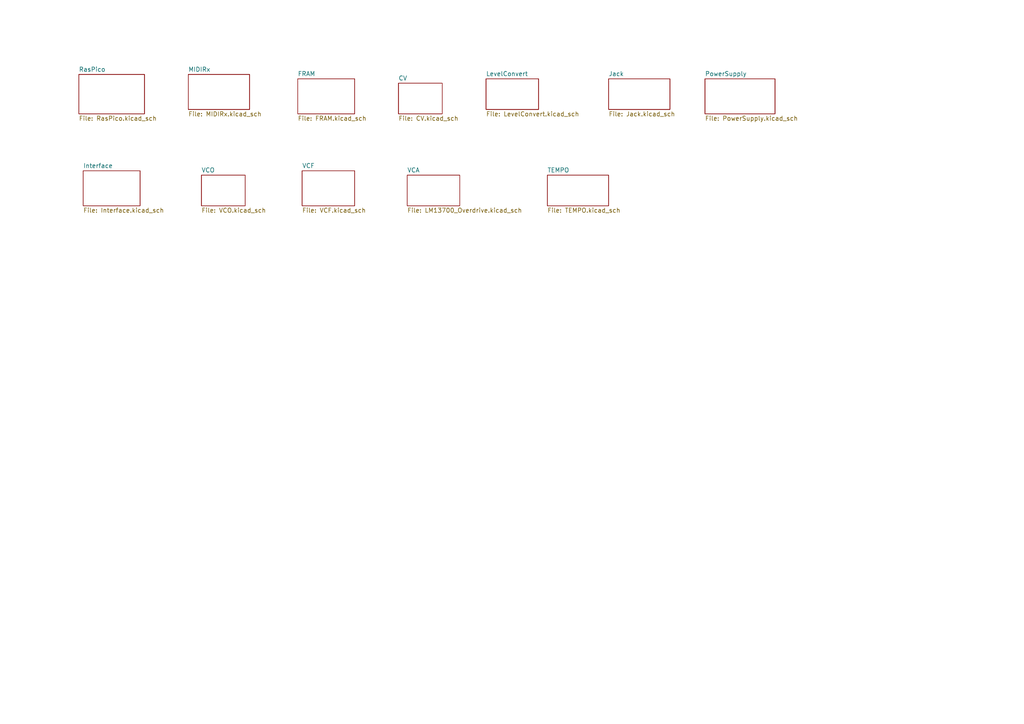
<source format=kicad_sch>
(kicad_sch
	(version 20231120)
	(generator "eeschema")
	(generator_version "8.0")
	(uuid "83af791a-9776-40a7-82ad-9528ff7474b8")
	(paper "A4")
	(lib_symbols)
	(sheet
		(at 87.63 49.53)
		(size 15.24 10.16)
		(fields_autoplaced yes)
		(stroke
			(width 0.1524)
			(type solid)
		)
		(fill
			(color 0 0 0 0.0000)
		)
		(uuid "1f7f5c42-a5fb-402f-98cb-47ebc2cae56f")
		(property "Sheetname" "VCF"
			(at 87.63 48.8184 0)
			(effects
				(font
					(size 1.27 1.27)
				)
				(justify left bottom)
			)
		)
		(property "Sheetfile" "VCF.kicad_sch"
			(at 87.63 60.2746 0)
			(effects
				(font
					(size 1.27 1.27)
				)
				(justify left top)
			)
		)
		(instances
			(project "mainBorad"
				(path "/83af791a-9776-40a7-82ad-9528ff7474b8"
					(page "11")
				)
			)
		)
	)
	(sheet
		(at 22.86 21.59)
		(size 19.05 11.43)
		(fields_autoplaced yes)
		(stroke
			(width 0.1524)
			(type solid)
		)
		(fill
			(color 0 0 0 0.0000)
		)
		(uuid "2a7aa622-1b89-4529-84ec-ef6853ee06a0")
		(property "Sheetname" "RasPico"
			(at 22.86 20.8784 0)
			(effects
				(font
					(size 1.27 1.27)
				)
				(justify left bottom)
			)
		)
		(property "Sheetfile" "RasPico.kicad_sch"
			(at 22.86 33.6046 0)
			(effects
				(font
					(size 1.27 1.27)
				)
				(justify left top)
			)
		)
		(instances
			(project "mainBorad"
				(path "/83af791a-9776-40a7-82ad-9528ff7474b8"
					(page "2")
				)
			)
		)
	)
	(sheet
		(at 118.11 50.8)
		(size 15.24 8.89)
		(fields_autoplaced yes)
		(stroke
			(width 0.1524)
			(type solid)
		)
		(fill
			(color 0 0 0 0.0000)
		)
		(uuid "60eab4e1-ce34-4d77-8d9b-d611705cbf82")
		(property "Sheetname" "VCA"
			(at 118.11 50.0884 0)
			(effects
				(font
					(size 1.27 1.27)
				)
				(justify left bottom)
			)
		)
		(property "Sheetfile" "LM13700_Overdrive.kicad_sch"
			(at 118.11 60.2746 0)
			(effects
				(font
					(size 1.27 1.27)
				)
				(justify left top)
			)
		)
		(instances
			(project "mainBorad"
				(path "/83af791a-9776-40a7-82ad-9528ff7474b8"
					(page "12")
				)
			)
		)
	)
	(sheet
		(at 204.47 22.86)
		(size 20.32 10.16)
		(fields_autoplaced yes)
		(stroke
			(width 0.1524)
			(type solid)
		)
		(fill
			(color 0 0 0 0.0000)
		)
		(uuid "7067d32e-232c-4c33-be2e-744ed9661c4e")
		(property "Sheetname" "PowerSupply"
			(at 204.47 22.1484 0)
			(effects
				(font
					(size 1.27 1.27)
				)
				(justify left bottom)
			)
		)
		(property "Sheetfile" "PowerSupply.kicad_sch"
			(at 204.47 33.6046 0)
			(effects
				(font
					(size 1.27 1.27)
				)
				(justify left top)
			)
		)
		(instances
			(project "mainBorad"
				(path "/83af791a-9776-40a7-82ad-9528ff7474b8"
					(page "8")
				)
			)
		)
	)
	(sheet
		(at 140.97 22.86)
		(size 15.24 8.89)
		(fields_autoplaced yes)
		(stroke
			(width 0.1524)
			(type solid)
		)
		(fill
			(color 0 0 0 0.0000)
		)
		(uuid "762c6d25-4ca5-4dbd-82b1-8f7efbb1590c")
		(property "Sheetname" "LevelConvert"
			(at 140.97 22.1484 0)
			(effects
				(font
					(size 1.27 1.27)
				)
				(justify left bottom)
			)
		)
		(property "Sheetfile" "LevelConvert.kicad_sch"
			(at 140.97 32.3346 0)
			(effects
				(font
					(size 1.27 1.27)
				)
				(justify left top)
			)
		)
		(instances
			(project "mainBorad"
				(path "/83af791a-9776-40a7-82ad-9528ff7474b8"
					(page "6")
				)
			)
		)
	)
	(sheet
		(at 58.42 50.8)
		(size 12.7 8.89)
		(fields_autoplaced yes)
		(stroke
			(width 0.1524)
			(type solid)
		)
		(fill
			(color 0 0 0 0.0000)
		)
		(uuid "765da965-e62c-424b-9b1b-9538054aabf6")
		(property "Sheetname" "VCO"
			(at 58.42 50.0884 0)
			(effects
				(font
					(size 1.27 1.27)
				)
				(justify left bottom)
			)
		)
		(property "Sheetfile" "VCO.kicad_sch"
			(at 58.42 60.2746 0)
			(effects
				(font
					(size 1.27 1.27)
				)
				(justify left top)
			)
		)
		(instances
			(project "mainBorad"
				(path "/83af791a-9776-40a7-82ad-9528ff7474b8"
					(page "10")
				)
			)
		)
	)
	(sheet
		(at 54.61 21.59)
		(size 17.78 10.16)
		(fields_autoplaced yes)
		(stroke
			(width 0.1524)
			(type solid)
		)
		(fill
			(color 0 0 0 0.0000)
		)
		(uuid "823be519-bdcf-42c8-a9bd-38752cead0eb")
		(property "Sheetname" "MIDIRx"
			(at 54.61 20.8784 0)
			(effects
				(font
					(size 1.27 1.27)
				)
				(justify left bottom)
			)
		)
		(property "Sheetfile" "MIDIRx.kicad_sch"
			(at 54.61 32.3346 0)
			(effects
				(font
					(size 1.27 1.27)
				)
				(justify left top)
			)
		)
		(instances
			(project "mainBorad"
				(path "/83af791a-9776-40a7-82ad-9528ff7474b8"
					(page "3")
				)
			)
		)
	)
	(sheet
		(at 176.53 22.86)
		(size 17.78 8.89)
		(fields_autoplaced yes)
		(stroke
			(width 0.1524)
			(type solid)
		)
		(fill
			(color 0 0 0 0.0000)
		)
		(uuid "84399fb9-099f-4a2f-878a-57c8535f6267")
		(property "Sheetname" "Jack"
			(at 176.53 22.1484 0)
			(effects
				(font
					(size 1.27 1.27)
				)
				(justify left bottom)
			)
		)
		(property "Sheetfile" "Jack.kicad_sch"
			(at 176.53 32.3346 0)
			(effects
				(font
					(size 1.27 1.27)
				)
				(justify left top)
			)
		)
		(instances
			(project "mainBorad"
				(path "/83af791a-9776-40a7-82ad-9528ff7474b8"
					(page "7")
				)
			)
		)
	)
	(sheet
		(at 24.13 49.53)
		(size 16.51 10.16)
		(fields_autoplaced yes)
		(stroke
			(width 0.1524)
			(type solid)
		)
		(fill
			(color 0 0 0 0.0000)
		)
		(uuid "89dc079b-4bec-462d-b3d4-975f87bf224f")
		(property "Sheetname" "Interface"
			(at 24.13 48.8184 0)
			(effects
				(font
					(size 1.27 1.27)
				)
				(justify left bottom)
			)
		)
		(property "Sheetfile" "Interface.kicad_sch"
			(at 24.13 60.2746 0)
			(effects
				(font
					(size 1.27 1.27)
				)
				(justify left top)
			)
		)
		(instances
			(project "mainBorad"
				(path "/83af791a-9776-40a7-82ad-9528ff7474b8"
					(page "9")
				)
			)
		)
	)
	(sheet
		(at 115.57 24.13)
		(size 12.7 8.89)
		(fields_autoplaced yes)
		(stroke
			(width 0.1524)
			(type solid)
		)
		(fill
			(color 0 0 0 0.0000)
		)
		(uuid "d05b3b8c-5b48-43e4-97e3-e56a41468e03")
		(property "Sheetname" "CV"
			(at 115.57 23.4184 0)
			(effects
				(font
					(size 1.27 1.27)
				)
				(justify left bottom)
			)
		)
		(property "Sheetfile" "CV.kicad_sch"
			(at 115.57 33.6046 0)
			(effects
				(font
					(size 1.27 1.27)
				)
				(justify left top)
			)
		)
		(instances
			(project "mainBorad"
				(path "/83af791a-9776-40a7-82ad-9528ff7474b8"
					(page "5")
				)
			)
		)
	)
	(sheet
		(at 86.36 22.86)
		(size 16.51 10.16)
		(fields_autoplaced yes)
		(stroke
			(width 0.1524)
			(type solid)
		)
		(fill
			(color 0 0 0 0.0000)
		)
		(uuid "df077139-68fe-4311-bd8c-6d4deac1eeeb")
		(property "Sheetname" "FRAM"
			(at 86.36 22.1484 0)
			(effects
				(font
					(size 1.27 1.27)
				)
				(justify left bottom)
			)
		)
		(property "Sheetfile" "FRAM.kicad_sch"
			(at 86.36 33.6046 0)
			(effects
				(font
					(size 1.27 1.27)
				)
				(justify left top)
			)
		)
		(instances
			(project "mainBorad"
				(path "/83af791a-9776-40a7-82ad-9528ff7474b8"
					(page "4")
				)
			)
		)
	)
	(sheet
		(at 158.75 50.8)
		(size 17.78 8.89)
		(fields_autoplaced yes)
		(stroke
			(width 0.1524)
			(type solid)
		)
		(fill
			(color 0 0 0 0.0000)
		)
		(uuid "f3a69440-3517-4301-a09f-069bb3281b47")
		(property "Sheetname" "TEMPO"
			(at 158.75 50.0884 0)
			(effects
				(font
					(size 1.27 1.27)
				)
				(justify left bottom)
			)
		)
		(property "Sheetfile" "TEMPO.kicad_sch"
			(at 158.75 60.2746 0)
			(effects
				(font
					(size 1.27 1.27)
				)
				(justify left top)
			)
		)
		(instances
			(project "mainBorad"
				(path "/83af791a-9776-40a7-82ad-9528ff7474b8"
					(page "13")
				)
			)
		)
	)
	(sheet_instances
		(path "/"
			(page "1")
		)
	)
)

</source>
